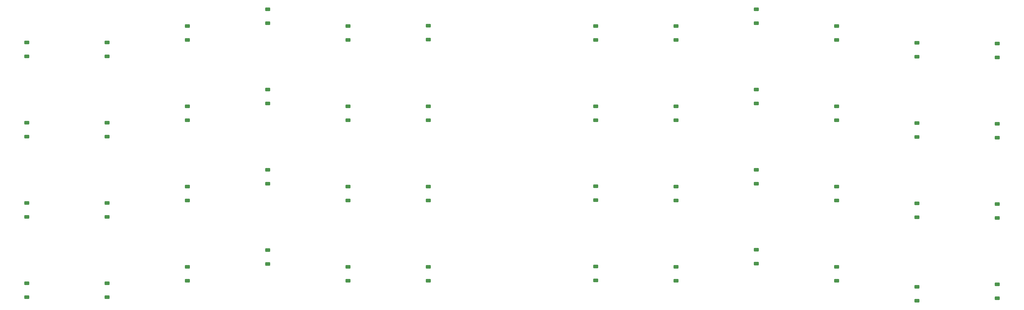
<source format=gbr>
%TF.GenerationSoftware,KiCad,Pcbnew,8.0.2*%
%TF.CreationDate,2024-05-01T20:17:26+07:00*%
%TF.ProjectId,apiratchai_split,61706972-6174-4636-9861-695f73706c69,rev?*%
%TF.SameCoordinates,Original*%
%TF.FileFunction,Paste,Bot*%
%TF.FilePolarity,Positive*%
%FSLAX46Y46*%
G04 Gerber Fmt 4.6, Leading zero omitted, Abs format (unit mm)*
G04 Created by KiCad (PCBNEW 8.0.2) date 2024-05-01 20:17:26*
%MOMM*%
%LPD*%
G01*
G04 APERTURE LIST*
G04 Aperture macros list*
%AMRoundRect*
0 Rectangle with rounded corners*
0 $1 Rounding radius*
0 $2 $3 $4 $5 $6 $7 $8 $9 X,Y pos of 4 corners*
0 Add a 4 corners polygon primitive as box body*
4,1,4,$2,$3,$4,$5,$6,$7,$8,$9,$2,$3,0*
0 Add four circle primitives for the rounded corners*
1,1,$1+$1,$2,$3*
1,1,$1+$1,$4,$5*
1,1,$1+$1,$6,$7*
1,1,$1+$1,$8,$9*
0 Add four rect primitives between the rounded corners*
20,1,$1+$1,$2,$3,$4,$5,0*
20,1,$1+$1,$4,$5,$6,$7,0*
20,1,$1+$1,$6,$7,$8,$9,0*
20,1,$1+$1,$8,$9,$2,$3,0*%
G04 Aperture macros list end*
%ADD10RoundRect,0.225000X0.375000X-0.225000X0.375000X0.225000X-0.375000X0.225000X-0.375000X-0.225000X0*%
G04 APERTURE END LIST*
D10*
%TO.C,D16*%
X88106250Y-105343750D03*
X88106250Y-102043750D03*
%TD*%
%TO.C,D12*%
X126206250Y-90262500D03*
X126206250Y-86962500D03*
%TD*%
%TO.C,D26*%
X184943750Y-71212500D03*
X184943750Y-67912500D03*
%TD*%
%TO.C,D17*%
X107156250Y-109312500D03*
X107156250Y-106012500D03*
%TD*%
%TO.C,D10*%
X88106250Y-86293750D03*
X88106250Y-82993750D03*
%TD*%
%TO.C,D44*%
X184943750Y-128362500D03*
X184943750Y-125062500D03*
%TD*%
%TO.C,D37*%
X165893750Y-109250000D03*
X165893750Y-105950000D03*
%TD*%
%TO.C,D34*%
X223043750Y-90262500D03*
X223043750Y-86962500D03*
%TD*%
%TO.C,D13*%
X30956250Y-113218750D03*
X30956250Y-109918750D03*
%TD*%
%TO.C,D8*%
X50006250Y-94168750D03*
X50006250Y-90868750D03*
%TD*%
%TO.C,D23*%
X107156250Y-128362500D03*
X107156250Y-125062500D03*
%TD*%
%TO.C,D24*%
X126206250Y-128362500D03*
X126206250Y-125062500D03*
%TD*%
%TO.C,D32*%
X184943750Y-90262500D03*
X184943750Y-86962500D03*
%TD*%
%TO.C,D14*%
X50006250Y-113218750D03*
X50006250Y-109918750D03*
%TD*%
%TO.C,D28*%
X223043750Y-71212500D03*
X223043750Y-67912500D03*
%TD*%
%TO.C,D4*%
X88106250Y-67243750D03*
X88106250Y-63943750D03*
%TD*%
%TO.C,D43*%
X165893750Y-128300000D03*
X165893750Y-125000000D03*
%TD*%
%TO.C,D38*%
X184943750Y-109312500D03*
X184943750Y-106012500D03*
%TD*%
%TO.C,D2*%
X50006250Y-75118750D03*
X50006250Y-71818750D03*
%TD*%
%TO.C,D41*%
X242093750Y-113281250D03*
X242093750Y-109981250D03*
%TD*%
%TO.C,D21*%
X69056250Y-128362500D03*
X69056250Y-125062500D03*
%TD*%
%TO.C,D6*%
X126206250Y-71150000D03*
X126206250Y-67850000D03*
%TD*%
%TO.C,D47*%
X242093750Y-133125000D03*
X242093750Y-129825000D03*
%TD*%
%TO.C,D33*%
X203993750Y-86293750D03*
X203993750Y-82993750D03*
%TD*%
%TO.C,D48*%
X261143750Y-132556250D03*
X261143750Y-129256250D03*
%TD*%
%TO.C,D36*%
X261143750Y-94456250D03*
X261143750Y-91156250D03*
%TD*%
%TO.C,D7*%
X30956250Y-94168750D03*
X30956250Y-90868750D03*
%TD*%
%TO.C,D3*%
X69056250Y-71212500D03*
X69056250Y-67912500D03*
%TD*%
%TO.C,D22*%
X88106250Y-124393750D03*
X88106250Y-121093750D03*
%TD*%
%TO.C,D20*%
X50006250Y-132268750D03*
X50006250Y-128968750D03*
%TD*%
%TO.C,D27*%
X203993750Y-67243750D03*
X203993750Y-63943750D03*
%TD*%
%TO.C,D30*%
X261143750Y-75406250D03*
X261143750Y-72106250D03*
%TD*%
%TO.C,D45*%
X203993750Y-124331250D03*
X203993750Y-121031250D03*
%TD*%
%TO.C,D39*%
X203993750Y-105343750D03*
X203993750Y-102043750D03*
%TD*%
%TO.C,D5*%
X107156250Y-71212500D03*
X107156250Y-67912500D03*
%TD*%
%TO.C,D42*%
X261143750Y-113506250D03*
X261143750Y-110206250D03*
%TD*%
%TO.C,D35*%
X242093750Y-94231250D03*
X242093750Y-90931250D03*
%TD*%
%TO.C,D15*%
X69056250Y-109312500D03*
X69056250Y-106012500D03*
%TD*%
%TO.C,D46*%
X223043750Y-128362500D03*
X223043750Y-125062500D03*
%TD*%
%TO.C,D31*%
X165893750Y-90262500D03*
X165893750Y-86962500D03*
%TD*%
%TO.C,D19*%
X30956250Y-132268750D03*
X30956250Y-128968750D03*
%TD*%
%TO.C,D1*%
X30956250Y-75118750D03*
X30956250Y-71818750D03*
%TD*%
%TO.C,D9*%
X69056250Y-90262500D03*
X69056250Y-86962500D03*
%TD*%
%TO.C,D18*%
X126206250Y-109312500D03*
X126206250Y-106012500D03*
%TD*%
%TO.C,D25*%
X165893750Y-71212500D03*
X165893750Y-67912500D03*
%TD*%
%TO.C,D40*%
X223043750Y-109312500D03*
X223043750Y-106012500D03*
%TD*%
%TO.C,D11*%
X107156250Y-90262500D03*
X107156250Y-86962500D03*
%TD*%
%TO.C,D29*%
X242093750Y-75243750D03*
X242093750Y-71943750D03*
%TD*%
M02*

</source>
